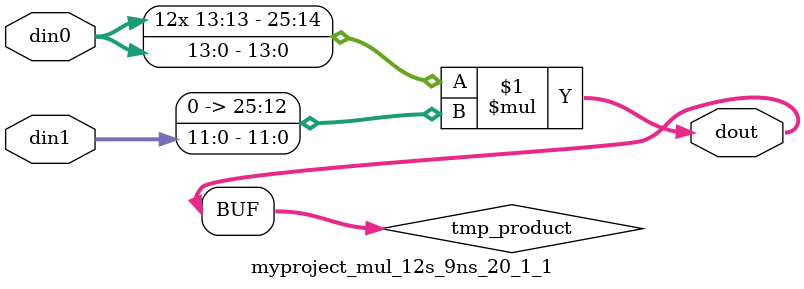
<source format=v>

`timescale 1 ns / 1 ps

 module myproject_mul_12s_9ns_20_1_1(din0, din1, dout);
parameter ID = 1;
parameter NUM_STAGE = 0;
parameter din0_WIDTH = 14;
parameter din1_WIDTH = 12;
parameter dout_WIDTH = 26;

input [din0_WIDTH - 1 : 0] din0; 
input [din1_WIDTH - 1 : 0] din1; 
output [dout_WIDTH - 1 : 0] dout;

wire signed [dout_WIDTH - 1 : 0] tmp_product;


























assign tmp_product = $signed(din0) * $signed({1'b0, din1});









assign dout = tmp_product;





















endmodule

</source>
